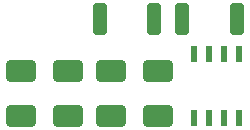
<source format=gbr>
%TF.GenerationSoftware,KiCad,Pcbnew,7.0.5*%
%TF.CreationDate,2023-08-11T08:16:59+02:00*%
%TF.ProjectId,FiresportTimer,46697265-7370-46f7-9274-54696d65722e,rev?*%
%TF.SameCoordinates,Original*%
%TF.FileFunction,Paste,Top*%
%TF.FilePolarity,Positive*%
%FSLAX46Y46*%
G04 Gerber Fmt 4.6, Leading zero omitted, Abs format (unit mm)*
G04 Created by KiCad (PCBNEW 7.0.5) date 2023-08-11 08:16:59*
%MOMM*%
%LPD*%
G01*
G04 APERTURE LIST*
G04 Aperture macros list*
%AMRoundRect*
0 Rectangle with rounded corners*
0 $1 Rounding radius*
0 $2 $3 $4 $5 $6 $7 $8 $9 X,Y pos of 4 corners*
0 Add a 4 corners polygon primitive as box body*
4,1,4,$2,$3,$4,$5,$6,$7,$8,$9,$2,$3,0*
0 Add four circle primitives for the rounded corners*
1,1,$1+$1,$2,$3*
1,1,$1+$1,$4,$5*
1,1,$1+$1,$6,$7*
1,1,$1+$1,$8,$9*
0 Add four rect primitives between the rounded corners*
20,1,$1+$1,$2,$3,$4,$5,0*
20,1,$1+$1,$4,$5,$6,$7,0*
20,1,$1+$1,$6,$7,$8,$9,0*
20,1,$1+$1,$8,$9,$2,$3,0*%
G04 Aperture macros list end*
%ADD10RoundRect,0.250000X1.000000X0.650000X-1.000000X0.650000X-1.000000X-0.650000X1.000000X-0.650000X0*%
%ADD11RoundRect,0.250000X-1.000000X-0.650000X1.000000X-0.650000X1.000000X0.650000X-1.000000X0.650000X0*%
%ADD12R,0.558000X1.454899*%
%ADD13RoundRect,0.250000X0.362500X1.075000X-0.362500X1.075000X-0.362500X-1.075000X0.362500X-1.075000X0*%
G04 APERTURE END LIST*
D10*
%TO.C,D_OUT_R1*%
X156305000Y-67310000D03*
X152305000Y-67310000D03*
%TD*%
D11*
%TO.C,D_GATE_L1*%
X159925000Y-63500000D03*
X163925000Y-63500000D03*
%TD*%
D10*
%TO.C,D_OUT_L1*%
X156305000Y-63500000D03*
X152305000Y-63500000D03*
%TD*%
D11*
%TO.C,D_GATE_R1*%
X159925000Y-67310000D03*
X163925000Y-67310000D03*
%TD*%
D12*
%TO.C,Q1*%
X170815000Y-62048652D03*
X169545000Y-62048652D03*
X168275000Y-62048652D03*
X167005000Y-62048652D03*
X167005000Y-67491348D03*
X168275000Y-67491348D03*
X169545000Y-67491348D03*
X170815000Y-67491348D03*
%TD*%
D13*
%TO.C,R_PULLUP_R1*%
X163602500Y-59055000D03*
X158977500Y-59055000D03*
%TD*%
%TO.C,R_PULLUP_L1*%
X170587500Y-59055000D03*
X165962500Y-59055000D03*
%TD*%
M02*

</source>
